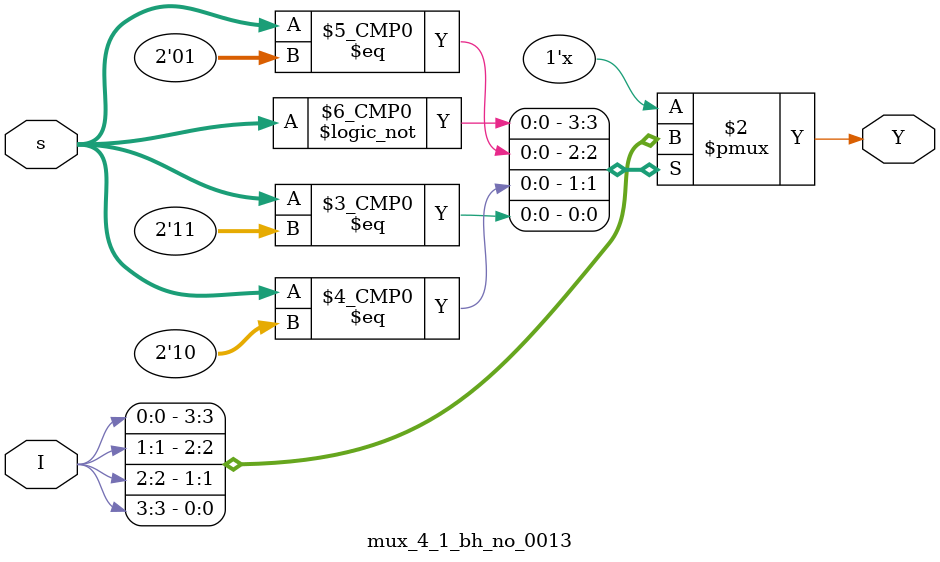
<source format=v>
`timescale 1ns / 1ps


module mux_4_1_bh_no_0013(Y, I, s);
input [3:0] I;
input [1:0] s;
output reg Y;

always @(*) begin
    case (s)
        2'd0: Y = I[0];
        2'd1: Y = I[1];
        2'd2: Y = I[2];
        2'd3: Y = I[3];
        default: $display("error");
    endcase
end
endmodule

</source>
